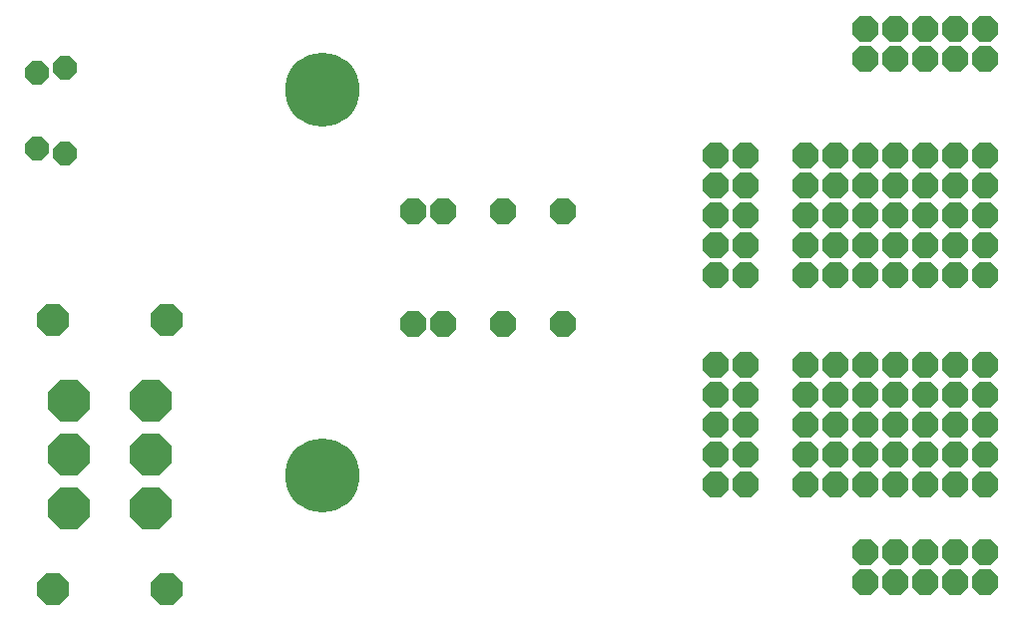
<source format=gbs>
G75*
%MOIN*%
%OFA0B0*%
%FSLAX25Y25*%
%IPPOS*%
%LPD*%
%AMOC8*
5,1,8,0,0,1.08239X$1,22.5*
%
%ADD10OC8,0.08800*%
%ADD11OC8,0.07800*%
%ADD12OC8,0.13800*%
%ADD13OC8,0.10550*%
%ADD14C,0.24800*%
D10*
X0142500Y0101500D03*
X0152500Y0101500D03*
X0172500Y0101500D03*
X0192500Y0101500D03*
X0243750Y0087750D03*
X0253750Y0087750D03*
X0253750Y0077750D03*
X0243750Y0077750D03*
X0243750Y0067750D03*
X0253750Y0067750D03*
X0253750Y0057750D03*
X0243750Y0057750D03*
X0243750Y0047750D03*
X0253750Y0047750D03*
X0273750Y0047750D03*
X0283750Y0047750D03*
X0293750Y0047750D03*
X0303750Y0047750D03*
X0313750Y0047750D03*
X0323750Y0047750D03*
X0333750Y0047750D03*
X0333750Y0057750D03*
X0323750Y0057750D03*
X0313750Y0057750D03*
X0303750Y0057750D03*
X0293750Y0057750D03*
X0283750Y0057750D03*
X0273750Y0057750D03*
X0273750Y0067750D03*
X0283750Y0067750D03*
X0293750Y0067750D03*
X0303750Y0067750D03*
X0313750Y0067750D03*
X0323750Y0067750D03*
X0333750Y0067750D03*
X0333750Y0077750D03*
X0323750Y0077750D03*
X0313750Y0077750D03*
X0303750Y0077750D03*
X0293750Y0077750D03*
X0283750Y0077750D03*
X0273750Y0077750D03*
X0273750Y0087750D03*
X0283750Y0087750D03*
X0293750Y0087750D03*
X0303750Y0087750D03*
X0313750Y0087750D03*
X0323750Y0087750D03*
X0333750Y0087750D03*
X0333750Y0117750D03*
X0323750Y0117750D03*
X0313750Y0117750D03*
X0303750Y0117750D03*
X0293750Y0117750D03*
X0283750Y0117750D03*
X0273750Y0117750D03*
X0273750Y0127750D03*
X0283750Y0127750D03*
X0293750Y0127750D03*
X0303750Y0127750D03*
X0313750Y0127750D03*
X0323750Y0127750D03*
X0333750Y0127750D03*
X0333750Y0137750D03*
X0323750Y0137750D03*
X0313750Y0137750D03*
X0303750Y0137750D03*
X0293750Y0137750D03*
X0283750Y0137750D03*
X0273750Y0137750D03*
X0273750Y0147750D03*
X0283750Y0147750D03*
X0293750Y0147750D03*
X0303750Y0147750D03*
X0313750Y0147750D03*
X0323750Y0147750D03*
X0333750Y0147750D03*
X0333750Y0157750D03*
X0323750Y0157750D03*
X0313750Y0157750D03*
X0303750Y0157750D03*
X0293750Y0157750D03*
X0283750Y0157750D03*
X0273750Y0157750D03*
X0253750Y0157750D03*
X0243750Y0157750D03*
X0243750Y0147750D03*
X0253750Y0147750D03*
X0253750Y0137750D03*
X0243750Y0137750D03*
X0243750Y0127750D03*
X0253750Y0127750D03*
X0253750Y0117750D03*
X0243750Y0117750D03*
X0192500Y0139000D03*
X0172500Y0139000D03*
X0152500Y0139000D03*
X0142500Y0139000D03*
X0293750Y0190250D03*
X0303750Y0190250D03*
X0313750Y0190250D03*
X0323750Y0190250D03*
X0333750Y0190250D03*
X0333750Y0200250D03*
X0323750Y0200250D03*
X0313750Y0200250D03*
X0303750Y0200250D03*
X0293750Y0200250D03*
X0293750Y0025250D03*
X0303750Y0025250D03*
X0313750Y0025250D03*
X0323750Y0025250D03*
X0333750Y0025250D03*
X0333750Y0015250D03*
X0323750Y0015250D03*
X0313750Y0015250D03*
X0303750Y0015250D03*
X0293750Y0015250D03*
D11*
X0026407Y0158518D03*
X0016959Y0159935D03*
X0016959Y0185565D03*
X0026407Y0186982D03*
D12*
X0027650Y0075850D03*
X0027650Y0057750D03*
X0054850Y0057750D03*
X0054850Y0075850D03*
X0054850Y0039650D03*
X0027650Y0039650D03*
D13*
X0022150Y0012750D03*
X0060350Y0012750D03*
X0060350Y0102750D03*
X0022150Y0102750D03*
D14*
X0112250Y0050750D03*
X0112250Y0179750D03*
M02*

</source>
